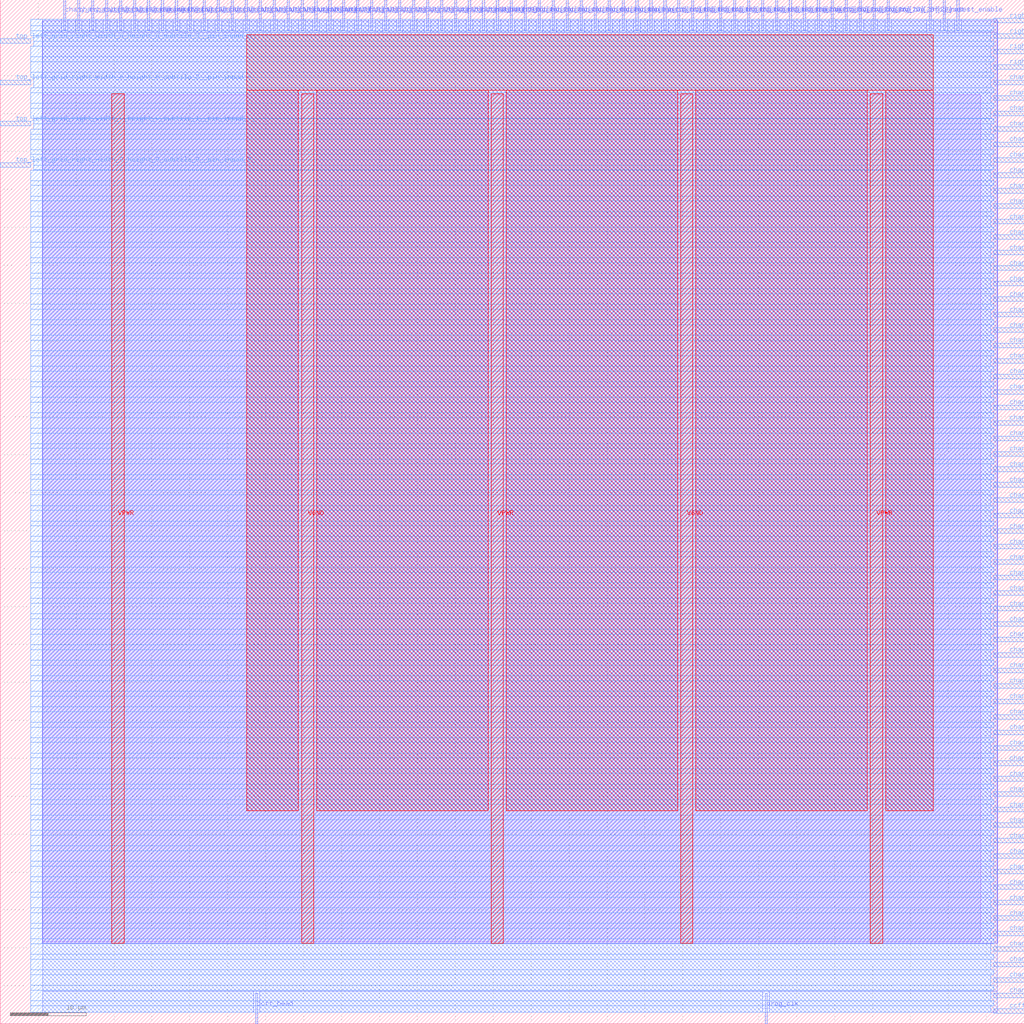
<source format=lef>
VERSION 5.7 ;
  NOWIREEXTENSIONATPIN ON ;
  DIVIDERCHAR "/" ;
  BUSBITCHARS "[]" ;
MACRO bottom_left_tile
  CLASS BLOCK ;
  FOREIGN bottom_left_tile ;
  ORIGIN 0.000 0.000 ;
  SIZE 135.000 BY 135.000 ;
  PIN VGND
    DIRECTION INOUT ;
    USE GROUND ;
    PORT
      LAYER met4 ;
        RECT 39.720 10.640 41.320 122.640 ;
    END
    PORT
      LAYER met4 ;
        RECT 89.720 10.640 91.320 122.640 ;
    END
  END VGND
  PIN VPWR
    DIRECTION INOUT ;
    USE POWER ;
    PORT
      LAYER met4 ;
        RECT 14.720 10.640 16.320 122.640 ;
    END
    PORT
      LAYER met4 ;
        RECT 64.720 10.640 66.320 122.640 ;
    END
    PORT
      LAYER met4 ;
        RECT 114.720 10.640 116.320 122.640 ;
    END
  END VPWR
  PIN ccff_head
    DIRECTION INPUT ;
    USE SIGNAL ;
    PORT
      LAYER met2 ;
        RECT 33.670 0.000 33.950 4.000 ;
    END
  END ccff_head
  PIN ccff_tail
    DIRECTION OUTPUT TRISTATE ;
    USE SIGNAL ;
    PORT
      LAYER met3 ;
        RECT 131.000 1.400 135.000 2.000 ;
    END
  END ccff_tail
  PIN chanx_right_in[0]
    DIRECTION INPUT ;
    USE SIGNAL ;
    PORT
      LAYER met3 ;
        RECT 131.000 64.640 135.000 65.240 ;
    END
  END chanx_right_in[0]
  PIN chanx_right_in[10]
    DIRECTION INPUT ;
    USE SIGNAL ;
    PORT
      LAYER met3 ;
        RECT 131.000 85.040 135.000 85.640 ;
    END
  END chanx_right_in[10]
  PIN chanx_right_in[11]
    DIRECTION INPUT ;
    USE SIGNAL ;
    PORT
      LAYER met3 ;
        RECT 131.000 87.080 135.000 87.680 ;
    END
  END chanx_right_in[11]
  PIN chanx_right_in[12]
    DIRECTION INPUT ;
    USE SIGNAL ;
    PORT
      LAYER met3 ;
        RECT 131.000 89.120 135.000 89.720 ;
    END
  END chanx_right_in[12]
  PIN chanx_right_in[13]
    DIRECTION INPUT ;
    USE SIGNAL ;
    PORT
      LAYER met3 ;
        RECT 131.000 91.160 135.000 91.760 ;
    END
  END chanx_right_in[13]
  PIN chanx_right_in[14]
    DIRECTION INPUT ;
    USE SIGNAL ;
    PORT
      LAYER met3 ;
        RECT 131.000 93.200 135.000 93.800 ;
    END
  END chanx_right_in[14]
  PIN chanx_right_in[15]
    DIRECTION INPUT ;
    USE SIGNAL ;
    PORT
      LAYER met3 ;
        RECT 131.000 95.240 135.000 95.840 ;
    END
  END chanx_right_in[15]
  PIN chanx_right_in[16]
    DIRECTION INPUT ;
    USE SIGNAL ;
    PORT
      LAYER met3 ;
        RECT 131.000 97.280 135.000 97.880 ;
    END
  END chanx_right_in[16]
  PIN chanx_right_in[17]
    DIRECTION INPUT ;
    USE SIGNAL ;
    PORT
      LAYER met3 ;
        RECT 131.000 99.320 135.000 99.920 ;
    END
  END chanx_right_in[17]
  PIN chanx_right_in[18]
    DIRECTION INPUT ;
    USE SIGNAL ;
    PORT
      LAYER met3 ;
        RECT 131.000 101.360 135.000 101.960 ;
    END
  END chanx_right_in[18]
  PIN chanx_right_in[19]
    DIRECTION INPUT ;
    USE SIGNAL ;
    PORT
      LAYER met3 ;
        RECT 131.000 103.400 135.000 104.000 ;
    END
  END chanx_right_in[19]
  PIN chanx_right_in[1]
    DIRECTION INPUT ;
    USE SIGNAL ;
    PORT
      LAYER met3 ;
        RECT 131.000 66.680 135.000 67.280 ;
    END
  END chanx_right_in[1]
  PIN chanx_right_in[20]
    DIRECTION INPUT ;
    USE SIGNAL ;
    PORT
      LAYER met3 ;
        RECT 131.000 105.440 135.000 106.040 ;
    END
  END chanx_right_in[20]
  PIN chanx_right_in[21]
    DIRECTION INPUT ;
    USE SIGNAL ;
    PORT
      LAYER met3 ;
        RECT 131.000 107.480 135.000 108.080 ;
    END
  END chanx_right_in[21]
  PIN chanx_right_in[22]
    DIRECTION INPUT ;
    USE SIGNAL ;
    PORT
      LAYER met3 ;
        RECT 131.000 109.520 135.000 110.120 ;
    END
  END chanx_right_in[22]
  PIN chanx_right_in[23]
    DIRECTION INPUT ;
    USE SIGNAL ;
    PORT
      LAYER met3 ;
        RECT 131.000 111.560 135.000 112.160 ;
    END
  END chanx_right_in[23]
  PIN chanx_right_in[24]
    DIRECTION INPUT ;
    USE SIGNAL ;
    PORT
      LAYER met3 ;
        RECT 131.000 113.600 135.000 114.200 ;
    END
  END chanx_right_in[24]
  PIN chanx_right_in[25]
    DIRECTION INPUT ;
    USE SIGNAL ;
    PORT
      LAYER met3 ;
        RECT 131.000 115.640 135.000 116.240 ;
    END
  END chanx_right_in[25]
  PIN chanx_right_in[26]
    DIRECTION INPUT ;
    USE SIGNAL ;
    PORT
      LAYER met3 ;
        RECT 131.000 117.680 135.000 118.280 ;
    END
  END chanx_right_in[26]
  PIN chanx_right_in[27]
    DIRECTION INPUT ;
    USE SIGNAL ;
    PORT
      LAYER met3 ;
        RECT 131.000 119.720 135.000 120.320 ;
    END
  END chanx_right_in[27]
  PIN chanx_right_in[28]
    DIRECTION INPUT ;
    USE SIGNAL ;
    PORT
      LAYER met3 ;
        RECT 131.000 121.760 135.000 122.360 ;
    END
  END chanx_right_in[28]
  PIN chanx_right_in[29]
    DIRECTION INPUT ;
    USE SIGNAL ;
    PORT
      LAYER met3 ;
        RECT 131.000 123.800 135.000 124.400 ;
    END
  END chanx_right_in[29]
  PIN chanx_right_in[2]
    DIRECTION INPUT ;
    USE SIGNAL ;
    PORT
      LAYER met3 ;
        RECT 131.000 68.720 135.000 69.320 ;
    END
  END chanx_right_in[2]
  PIN chanx_right_in[3]
    DIRECTION INPUT ;
    USE SIGNAL ;
    PORT
      LAYER met3 ;
        RECT 131.000 70.760 135.000 71.360 ;
    END
  END chanx_right_in[3]
  PIN chanx_right_in[4]
    DIRECTION INPUT ;
    USE SIGNAL ;
    PORT
      LAYER met3 ;
        RECT 131.000 72.800 135.000 73.400 ;
    END
  END chanx_right_in[4]
  PIN chanx_right_in[5]
    DIRECTION INPUT ;
    USE SIGNAL ;
    PORT
      LAYER met3 ;
        RECT 131.000 74.840 135.000 75.440 ;
    END
  END chanx_right_in[5]
  PIN chanx_right_in[6]
    DIRECTION INPUT ;
    USE SIGNAL ;
    PORT
      LAYER met3 ;
        RECT 131.000 76.880 135.000 77.480 ;
    END
  END chanx_right_in[6]
  PIN chanx_right_in[7]
    DIRECTION INPUT ;
    USE SIGNAL ;
    PORT
      LAYER met3 ;
        RECT 131.000 78.920 135.000 79.520 ;
    END
  END chanx_right_in[7]
  PIN chanx_right_in[8]
    DIRECTION INPUT ;
    USE SIGNAL ;
    PORT
      LAYER met3 ;
        RECT 131.000 80.960 135.000 81.560 ;
    END
  END chanx_right_in[8]
  PIN chanx_right_in[9]
    DIRECTION INPUT ;
    USE SIGNAL ;
    PORT
      LAYER met3 ;
        RECT 131.000 83.000 135.000 83.600 ;
    END
  END chanx_right_in[9]
  PIN chanx_right_out[0]
    DIRECTION OUTPUT TRISTATE ;
    USE SIGNAL ;
    PORT
      LAYER met3 ;
        RECT 131.000 3.440 135.000 4.040 ;
    END
  END chanx_right_out[0]
  PIN chanx_right_out[10]
    DIRECTION OUTPUT TRISTATE ;
    USE SIGNAL ;
    PORT
      LAYER met3 ;
        RECT 131.000 23.840 135.000 24.440 ;
    END
  END chanx_right_out[10]
  PIN chanx_right_out[11]
    DIRECTION OUTPUT TRISTATE ;
    USE SIGNAL ;
    PORT
      LAYER met3 ;
        RECT 131.000 25.880 135.000 26.480 ;
    END
  END chanx_right_out[11]
  PIN chanx_right_out[12]
    DIRECTION OUTPUT TRISTATE ;
    USE SIGNAL ;
    PORT
      LAYER met3 ;
        RECT 131.000 27.920 135.000 28.520 ;
    END
  END chanx_right_out[12]
  PIN chanx_right_out[13]
    DIRECTION OUTPUT TRISTATE ;
    USE SIGNAL ;
    PORT
      LAYER met3 ;
        RECT 131.000 29.960 135.000 30.560 ;
    END
  END chanx_right_out[13]
  PIN chanx_right_out[14]
    DIRECTION OUTPUT TRISTATE ;
    USE SIGNAL ;
    PORT
      LAYER met3 ;
        RECT 131.000 32.000 135.000 32.600 ;
    END
  END chanx_right_out[14]
  PIN chanx_right_out[15]
    DIRECTION OUTPUT TRISTATE ;
    USE SIGNAL ;
    PORT
      LAYER met3 ;
        RECT 131.000 34.040 135.000 34.640 ;
    END
  END chanx_right_out[15]
  PIN chanx_right_out[16]
    DIRECTION OUTPUT TRISTATE ;
    USE SIGNAL ;
    PORT
      LAYER met3 ;
        RECT 131.000 36.080 135.000 36.680 ;
    END
  END chanx_right_out[16]
  PIN chanx_right_out[17]
    DIRECTION OUTPUT TRISTATE ;
    USE SIGNAL ;
    PORT
      LAYER met3 ;
        RECT 131.000 38.120 135.000 38.720 ;
    END
  END chanx_right_out[17]
  PIN chanx_right_out[18]
    DIRECTION OUTPUT TRISTATE ;
    USE SIGNAL ;
    PORT
      LAYER met3 ;
        RECT 131.000 40.160 135.000 40.760 ;
    END
  END chanx_right_out[18]
  PIN chanx_right_out[19]
    DIRECTION OUTPUT TRISTATE ;
    USE SIGNAL ;
    PORT
      LAYER met3 ;
        RECT 131.000 42.200 135.000 42.800 ;
    END
  END chanx_right_out[19]
  PIN chanx_right_out[1]
    DIRECTION OUTPUT TRISTATE ;
    USE SIGNAL ;
    PORT
      LAYER met3 ;
        RECT 131.000 5.480 135.000 6.080 ;
    END
  END chanx_right_out[1]
  PIN chanx_right_out[20]
    DIRECTION OUTPUT TRISTATE ;
    USE SIGNAL ;
    PORT
      LAYER met3 ;
        RECT 131.000 44.240 135.000 44.840 ;
    END
  END chanx_right_out[20]
  PIN chanx_right_out[21]
    DIRECTION OUTPUT TRISTATE ;
    USE SIGNAL ;
    PORT
      LAYER met3 ;
        RECT 131.000 46.280 135.000 46.880 ;
    END
  END chanx_right_out[21]
  PIN chanx_right_out[22]
    DIRECTION OUTPUT TRISTATE ;
    USE SIGNAL ;
    PORT
      LAYER met3 ;
        RECT 131.000 48.320 135.000 48.920 ;
    END
  END chanx_right_out[22]
  PIN chanx_right_out[23]
    DIRECTION OUTPUT TRISTATE ;
    USE SIGNAL ;
    PORT
      LAYER met3 ;
        RECT 131.000 50.360 135.000 50.960 ;
    END
  END chanx_right_out[23]
  PIN chanx_right_out[24]
    DIRECTION OUTPUT TRISTATE ;
    USE SIGNAL ;
    PORT
      LAYER met3 ;
        RECT 131.000 52.400 135.000 53.000 ;
    END
  END chanx_right_out[24]
  PIN chanx_right_out[25]
    DIRECTION OUTPUT TRISTATE ;
    USE SIGNAL ;
    PORT
      LAYER met3 ;
        RECT 131.000 54.440 135.000 55.040 ;
    END
  END chanx_right_out[25]
  PIN chanx_right_out[26]
    DIRECTION OUTPUT TRISTATE ;
    USE SIGNAL ;
    PORT
      LAYER met3 ;
        RECT 131.000 56.480 135.000 57.080 ;
    END
  END chanx_right_out[26]
  PIN chanx_right_out[27]
    DIRECTION OUTPUT TRISTATE ;
    USE SIGNAL ;
    PORT
      LAYER met3 ;
        RECT 131.000 58.520 135.000 59.120 ;
    END
  END chanx_right_out[27]
  PIN chanx_right_out[28]
    DIRECTION OUTPUT TRISTATE ;
    USE SIGNAL ;
    PORT
      LAYER met3 ;
        RECT 131.000 60.560 135.000 61.160 ;
    END
  END chanx_right_out[28]
  PIN chanx_right_out[29]
    DIRECTION OUTPUT TRISTATE ;
    USE SIGNAL ;
    PORT
      LAYER met3 ;
        RECT 131.000 62.600 135.000 63.200 ;
    END
  END chanx_right_out[29]
  PIN chanx_right_out[2]
    DIRECTION OUTPUT TRISTATE ;
    USE SIGNAL ;
    PORT
      LAYER met3 ;
        RECT 131.000 7.520 135.000 8.120 ;
    END
  END chanx_right_out[2]
  PIN chanx_right_out[3]
    DIRECTION OUTPUT TRISTATE ;
    USE SIGNAL ;
    PORT
      LAYER met3 ;
        RECT 131.000 9.560 135.000 10.160 ;
    END
  END chanx_right_out[3]
  PIN chanx_right_out[4]
    DIRECTION OUTPUT TRISTATE ;
    USE SIGNAL ;
    PORT
      LAYER met3 ;
        RECT 131.000 11.600 135.000 12.200 ;
    END
  END chanx_right_out[4]
  PIN chanx_right_out[5]
    DIRECTION OUTPUT TRISTATE ;
    USE SIGNAL ;
    PORT
      LAYER met3 ;
        RECT 131.000 13.640 135.000 14.240 ;
    END
  END chanx_right_out[5]
  PIN chanx_right_out[6]
    DIRECTION OUTPUT TRISTATE ;
    USE SIGNAL ;
    PORT
      LAYER met3 ;
        RECT 131.000 15.680 135.000 16.280 ;
    END
  END chanx_right_out[6]
  PIN chanx_right_out[7]
    DIRECTION OUTPUT TRISTATE ;
    USE SIGNAL ;
    PORT
      LAYER met3 ;
        RECT 131.000 17.720 135.000 18.320 ;
    END
  END chanx_right_out[7]
  PIN chanx_right_out[8]
    DIRECTION OUTPUT TRISTATE ;
    USE SIGNAL ;
    PORT
      LAYER met3 ;
        RECT 131.000 19.760 135.000 20.360 ;
    END
  END chanx_right_out[8]
  PIN chanx_right_out[9]
    DIRECTION OUTPUT TRISTATE ;
    USE SIGNAL ;
    PORT
      LAYER met3 ;
        RECT 131.000 21.800 135.000 22.400 ;
    END
  END chanx_right_out[9]
  PIN chany_top_in[0]
    DIRECTION INPUT ;
    USE SIGNAL ;
    PORT
      LAYER met2 ;
        RECT 63.570 131.000 63.850 135.000 ;
    END
  END chany_top_in[0]
  PIN chany_top_in[10]
    DIRECTION INPUT ;
    USE SIGNAL ;
    PORT
      LAYER met2 ;
        RECT 81.970 131.000 82.250 135.000 ;
    END
  END chany_top_in[10]
  PIN chany_top_in[11]
    DIRECTION INPUT ;
    USE SIGNAL ;
    PORT
      LAYER met2 ;
        RECT 83.810 131.000 84.090 135.000 ;
    END
  END chany_top_in[11]
  PIN chany_top_in[12]
    DIRECTION INPUT ;
    USE SIGNAL ;
    PORT
      LAYER met2 ;
        RECT 85.650 131.000 85.930 135.000 ;
    END
  END chany_top_in[12]
  PIN chany_top_in[13]
    DIRECTION INPUT ;
    USE SIGNAL ;
    PORT
      LAYER met2 ;
        RECT 87.490 131.000 87.770 135.000 ;
    END
  END chany_top_in[13]
  PIN chany_top_in[14]
    DIRECTION INPUT ;
    USE SIGNAL ;
    PORT
      LAYER met2 ;
        RECT 89.330 131.000 89.610 135.000 ;
    END
  END chany_top_in[14]
  PIN chany_top_in[15]
    DIRECTION INPUT ;
    USE SIGNAL ;
    PORT
      LAYER met2 ;
        RECT 91.170 131.000 91.450 135.000 ;
    END
  END chany_top_in[15]
  PIN chany_top_in[16]
    DIRECTION INPUT ;
    USE SIGNAL ;
    PORT
      LAYER met2 ;
        RECT 93.010 131.000 93.290 135.000 ;
    END
  END chany_top_in[16]
  PIN chany_top_in[17]
    DIRECTION INPUT ;
    USE SIGNAL ;
    PORT
      LAYER met2 ;
        RECT 94.850 131.000 95.130 135.000 ;
    END
  END chany_top_in[17]
  PIN chany_top_in[18]
    DIRECTION INPUT ;
    USE SIGNAL ;
    PORT
      LAYER met2 ;
        RECT 96.690 131.000 96.970 135.000 ;
    END
  END chany_top_in[18]
  PIN chany_top_in[19]
    DIRECTION INPUT ;
    USE SIGNAL ;
    PORT
      LAYER met2 ;
        RECT 98.530 131.000 98.810 135.000 ;
    END
  END chany_top_in[19]
  PIN chany_top_in[1]
    DIRECTION INPUT ;
    USE SIGNAL ;
    PORT
      LAYER met2 ;
        RECT 65.410 131.000 65.690 135.000 ;
    END
  END chany_top_in[1]
  PIN chany_top_in[20]
    DIRECTION INPUT ;
    USE SIGNAL ;
    PORT
      LAYER met2 ;
        RECT 100.370 131.000 100.650 135.000 ;
    END
  END chany_top_in[20]
  PIN chany_top_in[21]
    DIRECTION INPUT ;
    USE SIGNAL ;
    PORT
      LAYER met2 ;
        RECT 102.210 131.000 102.490 135.000 ;
    END
  END chany_top_in[21]
  PIN chany_top_in[22]
    DIRECTION INPUT ;
    USE SIGNAL ;
    PORT
      LAYER met2 ;
        RECT 104.050 131.000 104.330 135.000 ;
    END
  END chany_top_in[22]
  PIN chany_top_in[23]
    DIRECTION INPUT ;
    USE SIGNAL ;
    PORT
      LAYER met2 ;
        RECT 105.890 131.000 106.170 135.000 ;
    END
  END chany_top_in[23]
  PIN chany_top_in[24]
    DIRECTION INPUT ;
    USE SIGNAL ;
    PORT
      LAYER met2 ;
        RECT 107.730 131.000 108.010 135.000 ;
    END
  END chany_top_in[24]
  PIN chany_top_in[25]
    DIRECTION INPUT ;
    USE SIGNAL ;
    PORT
      LAYER met2 ;
        RECT 109.570 131.000 109.850 135.000 ;
    END
  END chany_top_in[25]
  PIN chany_top_in[26]
    DIRECTION INPUT ;
    USE SIGNAL ;
    PORT
      LAYER met2 ;
        RECT 111.410 131.000 111.690 135.000 ;
    END
  END chany_top_in[26]
  PIN chany_top_in[27]
    DIRECTION INPUT ;
    USE SIGNAL ;
    PORT
      LAYER met2 ;
        RECT 113.250 131.000 113.530 135.000 ;
    END
  END chany_top_in[27]
  PIN chany_top_in[28]
    DIRECTION INPUT ;
    USE SIGNAL ;
    PORT
      LAYER met2 ;
        RECT 115.090 131.000 115.370 135.000 ;
    END
  END chany_top_in[28]
  PIN chany_top_in[29]
    DIRECTION INPUT ;
    USE SIGNAL ;
    PORT
      LAYER met2 ;
        RECT 116.930 131.000 117.210 135.000 ;
    END
  END chany_top_in[29]
  PIN chany_top_in[2]
    DIRECTION INPUT ;
    USE SIGNAL ;
    PORT
      LAYER met2 ;
        RECT 67.250 131.000 67.530 135.000 ;
    END
  END chany_top_in[2]
  PIN chany_top_in[3]
    DIRECTION INPUT ;
    USE SIGNAL ;
    PORT
      LAYER met2 ;
        RECT 69.090 131.000 69.370 135.000 ;
    END
  END chany_top_in[3]
  PIN chany_top_in[4]
    DIRECTION INPUT ;
    USE SIGNAL ;
    PORT
      LAYER met2 ;
        RECT 70.930 131.000 71.210 135.000 ;
    END
  END chany_top_in[4]
  PIN chany_top_in[5]
    DIRECTION INPUT ;
    USE SIGNAL ;
    PORT
      LAYER met2 ;
        RECT 72.770 131.000 73.050 135.000 ;
    END
  END chany_top_in[5]
  PIN chany_top_in[6]
    DIRECTION INPUT ;
    USE SIGNAL ;
    PORT
      LAYER met2 ;
        RECT 74.610 131.000 74.890 135.000 ;
    END
  END chany_top_in[6]
  PIN chany_top_in[7]
    DIRECTION INPUT ;
    USE SIGNAL ;
    PORT
      LAYER met2 ;
        RECT 76.450 131.000 76.730 135.000 ;
    END
  END chany_top_in[7]
  PIN chany_top_in[8]
    DIRECTION INPUT ;
    USE SIGNAL ;
    PORT
      LAYER met2 ;
        RECT 78.290 131.000 78.570 135.000 ;
    END
  END chany_top_in[8]
  PIN chany_top_in[9]
    DIRECTION INPUT ;
    USE SIGNAL ;
    PORT
      LAYER met2 ;
        RECT 80.130 131.000 80.410 135.000 ;
    END
  END chany_top_in[9]
  PIN chany_top_out[0]
    DIRECTION OUTPUT TRISTATE ;
    USE SIGNAL ;
    PORT
      LAYER met2 ;
        RECT 8.370 131.000 8.650 135.000 ;
    END
  END chany_top_out[0]
  PIN chany_top_out[10]
    DIRECTION OUTPUT TRISTATE ;
    USE SIGNAL ;
    PORT
      LAYER met2 ;
        RECT 26.770 131.000 27.050 135.000 ;
    END
  END chany_top_out[10]
  PIN chany_top_out[11]
    DIRECTION OUTPUT TRISTATE ;
    USE SIGNAL ;
    PORT
      LAYER met2 ;
        RECT 28.610 131.000 28.890 135.000 ;
    END
  END chany_top_out[11]
  PIN chany_top_out[12]
    DIRECTION OUTPUT TRISTATE ;
    USE SIGNAL ;
    PORT
      LAYER met2 ;
        RECT 30.450 131.000 30.730 135.000 ;
    END
  END chany_top_out[12]
  PIN chany_top_out[13]
    DIRECTION OUTPUT TRISTATE ;
    USE SIGNAL ;
    PORT
      LAYER met2 ;
        RECT 32.290 131.000 32.570 135.000 ;
    END
  END chany_top_out[13]
  PIN chany_top_out[14]
    DIRECTION OUTPUT TRISTATE ;
    USE SIGNAL ;
    PORT
      LAYER met2 ;
        RECT 34.130 131.000 34.410 135.000 ;
    END
  END chany_top_out[14]
  PIN chany_top_out[15]
    DIRECTION OUTPUT TRISTATE ;
    USE SIGNAL ;
    PORT
      LAYER met2 ;
        RECT 35.970 131.000 36.250 135.000 ;
    END
  END chany_top_out[15]
  PIN chany_top_out[16]
    DIRECTION OUTPUT TRISTATE ;
    USE SIGNAL ;
    PORT
      LAYER met2 ;
        RECT 37.810 131.000 38.090 135.000 ;
    END
  END chany_top_out[16]
  PIN chany_top_out[17]
    DIRECTION OUTPUT TRISTATE ;
    USE SIGNAL ;
    PORT
      LAYER met2 ;
        RECT 39.650 131.000 39.930 135.000 ;
    END
  END chany_top_out[17]
  PIN chany_top_out[18]
    DIRECTION OUTPUT TRISTATE ;
    USE SIGNAL ;
    PORT
      LAYER met2 ;
        RECT 41.490 131.000 41.770 135.000 ;
    END
  END chany_top_out[18]
  PIN chany_top_out[19]
    DIRECTION OUTPUT TRISTATE ;
    USE SIGNAL ;
    PORT
      LAYER met2 ;
        RECT 43.330 131.000 43.610 135.000 ;
    END
  END chany_top_out[19]
  PIN chany_top_out[1]
    DIRECTION OUTPUT TRISTATE ;
    USE SIGNAL ;
    PORT
      LAYER met2 ;
        RECT 10.210 131.000 10.490 135.000 ;
    END
  END chany_top_out[1]
  PIN chany_top_out[20]
    DIRECTION OUTPUT TRISTATE ;
    USE SIGNAL ;
    PORT
      LAYER met2 ;
        RECT 45.170 131.000 45.450 135.000 ;
    END
  END chany_top_out[20]
  PIN chany_top_out[21]
    DIRECTION OUTPUT TRISTATE ;
    USE SIGNAL ;
    PORT
      LAYER met2 ;
        RECT 47.010 131.000 47.290 135.000 ;
    END
  END chany_top_out[21]
  PIN chany_top_out[22]
    DIRECTION OUTPUT TRISTATE ;
    USE SIGNAL ;
    PORT
      LAYER met2 ;
        RECT 48.850 131.000 49.130 135.000 ;
    END
  END chany_top_out[22]
  PIN chany_top_out[23]
    DIRECTION OUTPUT TRISTATE ;
    USE SIGNAL ;
    PORT
      LAYER met2 ;
        RECT 50.690 131.000 50.970 135.000 ;
    END
  END chany_top_out[23]
  PIN chany_top_out[24]
    DIRECTION OUTPUT TRISTATE ;
    USE SIGNAL ;
    PORT
      LAYER met2 ;
        RECT 52.530 131.000 52.810 135.000 ;
    END
  END chany_top_out[24]
  PIN chany_top_out[25]
    DIRECTION OUTPUT TRISTATE ;
    USE SIGNAL ;
    PORT
      LAYER met2 ;
        RECT 54.370 131.000 54.650 135.000 ;
    END
  END chany_top_out[25]
  PIN chany_top_out[26]
    DIRECTION OUTPUT TRISTATE ;
    USE SIGNAL ;
    PORT
      LAYER met2 ;
        RECT 56.210 131.000 56.490 135.000 ;
    END
  END chany_top_out[26]
  PIN chany_top_out[27]
    DIRECTION OUTPUT TRISTATE ;
    USE SIGNAL ;
    PORT
      LAYER met2 ;
        RECT 58.050 131.000 58.330 135.000 ;
    END
  END chany_top_out[27]
  PIN chany_top_out[28]
    DIRECTION OUTPUT TRISTATE ;
    USE SIGNAL ;
    PORT
      LAYER met2 ;
        RECT 59.890 131.000 60.170 135.000 ;
    END
  END chany_top_out[28]
  PIN chany_top_out[29]
    DIRECTION OUTPUT TRISTATE ;
    USE SIGNAL ;
    PORT
      LAYER met2 ;
        RECT 61.730 131.000 62.010 135.000 ;
    END
  END chany_top_out[29]
  PIN chany_top_out[2]
    DIRECTION OUTPUT TRISTATE ;
    USE SIGNAL ;
    PORT
      LAYER met2 ;
        RECT 12.050 131.000 12.330 135.000 ;
    END
  END chany_top_out[2]
  PIN chany_top_out[3]
    DIRECTION OUTPUT TRISTATE ;
    USE SIGNAL ;
    PORT
      LAYER met2 ;
        RECT 13.890 131.000 14.170 135.000 ;
    END
  END chany_top_out[3]
  PIN chany_top_out[4]
    DIRECTION OUTPUT TRISTATE ;
    USE SIGNAL ;
    PORT
      LAYER met2 ;
        RECT 15.730 131.000 16.010 135.000 ;
    END
  END chany_top_out[4]
  PIN chany_top_out[5]
    DIRECTION OUTPUT TRISTATE ;
    USE SIGNAL ;
    PORT
      LAYER met2 ;
        RECT 17.570 131.000 17.850 135.000 ;
    END
  END chany_top_out[5]
  PIN chany_top_out[6]
    DIRECTION OUTPUT TRISTATE ;
    USE SIGNAL ;
    PORT
      LAYER met2 ;
        RECT 19.410 131.000 19.690 135.000 ;
    END
  END chany_top_out[6]
  PIN chany_top_out[7]
    DIRECTION OUTPUT TRISTATE ;
    USE SIGNAL ;
    PORT
      LAYER met2 ;
        RECT 21.250 131.000 21.530 135.000 ;
    END
  END chany_top_out[7]
  PIN chany_top_out[8]
    DIRECTION OUTPUT TRISTATE ;
    USE SIGNAL ;
    PORT
      LAYER met2 ;
        RECT 23.090 131.000 23.370 135.000 ;
    END
  END chany_top_out[8]
  PIN chany_top_out[9]
    DIRECTION OUTPUT TRISTATE ;
    USE SIGNAL ;
    PORT
      LAYER met2 ;
        RECT 24.930 131.000 25.210 135.000 ;
    END
  END chany_top_out[9]
  PIN prog_clk
    DIRECTION INPUT ;
    USE SIGNAL ;
    PORT
      LAYER met2 ;
        RECT 100.830 0.000 101.110 4.000 ;
    END
  END prog_clk
  PIN prog_reset
    DIRECTION INPUT ;
    USE SIGNAL ;
    PORT
      LAYER met2 ;
        RECT 122.450 131.000 122.730 135.000 ;
    END
  END prog_reset
  PIN reset
    DIRECTION INPUT ;
    USE SIGNAL ;
    PORT
      LAYER met2 ;
        RECT 124.290 131.000 124.570 135.000 ;
    END
  END reset
  PIN right_bottom_grid_top_width_0_height_0_subtile_0__pin_inpad_0_
    DIRECTION INPUT ;
    USE SIGNAL ;
    PORT
      LAYER met3 ;
        RECT 131.000 125.840 135.000 126.440 ;
    END
  END right_bottom_grid_top_width_0_height_0_subtile_0__pin_inpad_0_
  PIN right_bottom_grid_top_width_0_height_0_subtile_1__pin_inpad_0_
    DIRECTION INPUT ;
    USE SIGNAL ;
    PORT
      LAYER met3 ;
        RECT 131.000 127.880 135.000 128.480 ;
    END
  END right_bottom_grid_top_width_0_height_0_subtile_1__pin_inpad_0_
  PIN right_bottom_grid_top_width_0_height_0_subtile_2__pin_inpad_0_
    DIRECTION INPUT ;
    USE SIGNAL ;
    PORT
      LAYER met3 ;
        RECT 131.000 129.920 135.000 130.520 ;
    END
  END right_bottom_grid_top_width_0_height_0_subtile_2__pin_inpad_0_
  PIN right_bottom_grid_top_width_0_height_0_subtile_3__pin_inpad_0_
    DIRECTION INPUT ;
    USE SIGNAL ;
    PORT
      LAYER met3 ;
        RECT 131.000 131.960 135.000 132.560 ;
    END
  END right_bottom_grid_top_width_0_height_0_subtile_3__pin_inpad_0_
  PIN test_enable
    DIRECTION INPUT ;
    USE SIGNAL ;
    PORT
      LAYER met2 ;
        RECT 126.130 131.000 126.410 135.000 ;
    END
  END test_enable
  PIN top_left_grid_right_width_0_height_0_subtile_0__pin_inpad_0_
    DIRECTION INPUT ;
    USE SIGNAL ;
    PORT
      LAYER met3 ;
        RECT 0.000 112.920 4.000 113.520 ;
    END
  END top_left_grid_right_width_0_height_0_subtile_0__pin_inpad_0_
  PIN top_left_grid_right_width_0_height_0_subtile_1__pin_inpad_0_
    DIRECTION INPUT ;
    USE SIGNAL ;
    PORT
      LAYER met3 ;
        RECT 0.000 118.360 4.000 118.960 ;
    END
  END top_left_grid_right_width_0_height_0_subtile_1__pin_inpad_0_
  PIN top_left_grid_right_width_0_height_0_subtile_2__pin_inpad_0_
    DIRECTION INPUT ;
    USE SIGNAL ;
    PORT
      LAYER met3 ;
        RECT 0.000 123.800 4.000 124.400 ;
    END
  END top_left_grid_right_width_0_height_0_subtile_2__pin_inpad_0_
  PIN top_left_grid_right_width_0_height_0_subtile_3__pin_inpad_0_
    DIRECTION INPUT ;
    USE SIGNAL ;
    PORT
      LAYER met3 ;
        RECT 0.000 129.240 4.000 129.840 ;
    END
  END top_left_grid_right_width_0_height_0_subtile_3__pin_inpad_0_
  OBS
      LAYER li1 ;
        RECT 5.520 10.795 129.260 122.485 ;
      LAYER met1 ;
        RECT 5.520 10.640 131.490 132.220 ;
      LAYER met2 ;
        RECT 5.610 130.720 8.090 132.445 ;
        RECT 8.930 130.720 9.930 132.445 ;
        RECT 10.770 130.720 11.770 132.445 ;
        RECT 12.610 130.720 13.610 132.445 ;
        RECT 14.450 130.720 15.450 132.445 ;
        RECT 16.290 130.720 17.290 132.445 ;
        RECT 18.130 130.720 19.130 132.445 ;
        RECT 19.970 130.720 20.970 132.445 ;
        RECT 21.810 130.720 22.810 132.445 ;
        RECT 23.650 130.720 24.650 132.445 ;
        RECT 25.490 130.720 26.490 132.445 ;
        RECT 27.330 130.720 28.330 132.445 ;
        RECT 29.170 130.720 30.170 132.445 ;
        RECT 31.010 130.720 32.010 132.445 ;
        RECT 32.850 130.720 33.850 132.445 ;
        RECT 34.690 130.720 35.690 132.445 ;
        RECT 36.530 130.720 37.530 132.445 ;
        RECT 38.370 130.720 39.370 132.445 ;
        RECT 40.210 130.720 41.210 132.445 ;
        RECT 42.050 130.720 43.050 132.445 ;
        RECT 43.890 130.720 44.890 132.445 ;
        RECT 45.730 130.720 46.730 132.445 ;
        RECT 47.570 130.720 48.570 132.445 ;
        RECT 49.410 130.720 50.410 132.445 ;
        RECT 51.250 130.720 52.250 132.445 ;
        RECT 53.090 130.720 54.090 132.445 ;
        RECT 54.930 130.720 55.930 132.445 ;
        RECT 56.770 130.720 57.770 132.445 ;
        RECT 58.610 130.720 59.610 132.445 ;
        RECT 60.450 130.720 61.450 132.445 ;
        RECT 62.290 130.720 63.290 132.445 ;
        RECT 64.130 130.720 65.130 132.445 ;
        RECT 65.970 130.720 66.970 132.445 ;
        RECT 67.810 130.720 68.810 132.445 ;
        RECT 69.650 130.720 70.650 132.445 ;
        RECT 71.490 130.720 72.490 132.445 ;
        RECT 73.330 130.720 74.330 132.445 ;
        RECT 75.170 130.720 76.170 132.445 ;
        RECT 77.010 130.720 78.010 132.445 ;
        RECT 78.850 130.720 79.850 132.445 ;
        RECT 80.690 130.720 81.690 132.445 ;
        RECT 82.530 130.720 83.530 132.445 ;
        RECT 84.370 130.720 85.370 132.445 ;
        RECT 86.210 130.720 87.210 132.445 ;
        RECT 88.050 130.720 89.050 132.445 ;
        RECT 89.890 130.720 90.890 132.445 ;
        RECT 91.730 130.720 92.730 132.445 ;
        RECT 93.570 130.720 94.570 132.445 ;
        RECT 95.410 130.720 96.410 132.445 ;
        RECT 97.250 130.720 98.250 132.445 ;
        RECT 99.090 130.720 100.090 132.445 ;
        RECT 100.930 130.720 101.930 132.445 ;
        RECT 102.770 130.720 103.770 132.445 ;
        RECT 104.610 130.720 105.610 132.445 ;
        RECT 106.450 130.720 107.450 132.445 ;
        RECT 108.290 130.720 109.290 132.445 ;
        RECT 110.130 130.720 111.130 132.445 ;
        RECT 111.970 130.720 112.970 132.445 ;
        RECT 113.810 130.720 114.810 132.445 ;
        RECT 115.650 130.720 116.650 132.445 ;
        RECT 117.490 130.720 122.170 132.445 ;
        RECT 123.010 130.720 124.010 132.445 ;
        RECT 124.850 130.720 125.850 132.445 ;
        RECT 126.690 130.720 131.460 132.445 ;
        RECT 5.610 4.280 131.460 130.720 ;
        RECT 5.610 1.515 33.390 4.280 ;
        RECT 34.230 1.515 100.550 4.280 ;
        RECT 101.390 1.515 131.460 4.280 ;
      LAYER met3 ;
        RECT 4.000 131.560 130.600 132.425 ;
        RECT 4.000 130.920 131.000 131.560 ;
        RECT 4.000 130.240 130.600 130.920 ;
        RECT 4.400 129.520 130.600 130.240 ;
        RECT 4.400 128.880 131.000 129.520 ;
        RECT 4.400 128.840 130.600 128.880 ;
        RECT 4.000 127.480 130.600 128.840 ;
        RECT 4.000 126.840 131.000 127.480 ;
        RECT 4.000 125.440 130.600 126.840 ;
        RECT 4.000 124.800 131.000 125.440 ;
        RECT 4.400 123.400 130.600 124.800 ;
        RECT 4.000 122.760 131.000 123.400 ;
        RECT 4.000 121.360 130.600 122.760 ;
        RECT 4.000 120.720 131.000 121.360 ;
        RECT 4.000 119.360 130.600 120.720 ;
        RECT 4.400 119.320 130.600 119.360 ;
        RECT 4.400 118.680 131.000 119.320 ;
        RECT 4.400 117.960 130.600 118.680 ;
        RECT 4.000 117.280 130.600 117.960 ;
        RECT 4.000 116.640 131.000 117.280 ;
        RECT 4.000 115.240 130.600 116.640 ;
        RECT 4.000 114.600 131.000 115.240 ;
        RECT 4.000 113.920 130.600 114.600 ;
        RECT 4.400 113.200 130.600 113.920 ;
        RECT 4.400 112.560 131.000 113.200 ;
        RECT 4.400 112.520 130.600 112.560 ;
        RECT 4.000 111.160 130.600 112.520 ;
        RECT 4.000 110.520 131.000 111.160 ;
        RECT 4.000 109.120 130.600 110.520 ;
        RECT 4.000 108.480 131.000 109.120 ;
        RECT 4.000 107.080 130.600 108.480 ;
        RECT 4.000 106.440 131.000 107.080 ;
        RECT 4.000 105.040 130.600 106.440 ;
        RECT 4.000 104.400 131.000 105.040 ;
        RECT 4.000 103.000 130.600 104.400 ;
        RECT 4.000 102.360 131.000 103.000 ;
        RECT 4.000 100.960 130.600 102.360 ;
        RECT 4.000 100.320 131.000 100.960 ;
        RECT 4.000 98.920 130.600 100.320 ;
        RECT 4.000 98.280 131.000 98.920 ;
        RECT 4.000 96.880 130.600 98.280 ;
        RECT 4.000 96.240 131.000 96.880 ;
        RECT 4.000 94.840 130.600 96.240 ;
        RECT 4.000 94.200 131.000 94.840 ;
        RECT 4.000 92.800 130.600 94.200 ;
        RECT 4.000 92.160 131.000 92.800 ;
        RECT 4.000 90.760 130.600 92.160 ;
        RECT 4.000 90.120 131.000 90.760 ;
        RECT 4.000 88.720 130.600 90.120 ;
        RECT 4.000 88.080 131.000 88.720 ;
        RECT 4.000 86.680 130.600 88.080 ;
        RECT 4.000 86.040 131.000 86.680 ;
        RECT 4.000 84.640 130.600 86.040 ;
        RECT 4.000 84.000 131.000 84.640 ;
        RECT 4.000 82.600 130.600 84.000 ;
        RECT 4.000 81.960 131.000 82.600 ;
        RECT 4.000 80.560 130.600 81.960 ;
        RECT 4.000 79.920 131.000 80.560 ;
        RECT 4.000 78.520 130.600 79.920 ;
        RECT 4.000 77.880 131.000 78.520 ;
        RECT 4.000 76.480 130.600 77.880 ;
        RECT 4.000 75.840 131.000 76.480 ;
        RECT 4.000 74.440 130.600 75.840 ;
        RECT 4.000 73.800 131.000 74.440 ;
        RECT 4.000 72.400 130.600 73.800 ;
        RECT 4.000 71.760 131.000 72.400 ;
        RECT 4.000 70.360 130.600 71.760 ;
        RECT 4.000 69.720 131.000 70.360 ;
        RECT 4.000 68.320 130.600 69.720 ;
        RECT 4.000 67.680 131.000 68.320 ;
        RECT 4.000 66.280 130.600 67.680 ;
        RECT 4.000 65.640 131.000 66.280 ;
        RECT 4.000 64.240 130.600 65.640 ;
        RECT 4.000 63.600 131.000 64.240 ;
        RECT 4.000 62.200 130.600 63.600 ;
        RECT 4.000 61.560 131.000 62.200 ;
        RECT 4.000 60.160 130.600 61.560 ;
        RECT 4.000 59.520 131.000 60.160 ;
        RECT 4.000 58.120 130.600 59.520 ;
        RECT 4.000 57.480 131.000 58.120 ;
        RECT 4.000 56.080 130.600 57.480 ;
        RECT 4.000 55.440 131.000 56.080 ;
        RECT 4.000 54.040 130.600 55.440 ;
        RECT 4.000 53.400 131.000 54.040 ;
        RECT 4.000 52.000 130.600 53.400 ;
        RECT 4.000 51.360 131.000 52.000 ;
        RECT 4.000 49.960 130.600 51.360 ;
        RECT 4.000 49.320 131.000 49.960 ;
        RECT 4.000 47.920 130.600 49.320 ;
        RECT 4.000 47.280 131.000 47.920 ;
        RECT 4.000 45.880 130.600 47.280 ;
        RECT 4.000 45.240 131.000 45.880 ;
        RECT 4.000 43.840 130.600 45.240 ;
        RECT 4.000 43.200 131.000 43.840 ;
        RECT 4.000 41.800 130.600 43.200 ;
        RECT 4.000 41.160 131.000 41.800 ;
        RECT 4.000 39.760 130.600 41.160 ;
        RECT 4.000 39.120 131.000 39.760 ;
        RECT 4.000 37.720 130.600 39.120 ;
        RECT 4.000 37.080 131.000 37.720 ;
        RECT 4.000 35.680 130.600 37.080 ;
        RECT 4.000 35.040 131.000 35.680 ;
        RECT 4.000 33.640 130.600 35.040 ;
        RECT 4.000 33.000 131.000 33.640 ;
        RECT 4.000 31.600 130.600 33.000 ;
        RECT 4.000 30.960 131.000 31.600 ;
        RECT 4.000 29.560 130.600 30.960 ;
        RECT 4.000 28.920 131.000 29.560 ;
        RECT 4.000 27.520 130.600 28.920 ;
        RECT 4.000 26.880 131.000 27.520 ;
        RECT 4.000 25.480 130.600 26.880 ;
        RECT 4.000 24.840 131.000 25.480 ;
        RECT 4.000 23.440 130.600 24.840 ;
        RECT 4.000 22.800 131.000 23.440 ;
        RECT 4.000 21.400 130.600 22.800 ;
        RECT 4.000 20.760 131.000 21.400 ;
        RECT 4.000 19.360 130.600 20.760 ;
        RECT 4.000 18.720 131.000 19.360 ;
        RECT 4.000 17.320 130.600 18.720 ;
        RECT 4.000 16.680 131.000 17.320 ;
        RECT 4.000 15.280 130.600 16.680 ;
        RECT 4.000 14.640 131.000 15.280 ;
        RECT 4.000 13.240 130.600 14.640 ;
        RECT 4.000 12.600 131.000 13.240 ;
        RECT 4.000 11.200 130.600 12.600 ;
        RECT 4.000 10.560 131.000 11.200 ;
        RECT 4.000 9.160 130.600 10.560 ;
        RECT 4.000 8.520 131.000 9.160 ;
        RECT 4.000 7.120 130.600 8.520 ;
        RECT 4.000 6.480 131.000 7.120 ;
        RECT 4.000 5.080 130.600 6.480 ;
        RECT 4.000 4.440 131.000 5.080 ;
        RECT 4.000 3.040 130.600 4.440 ;
        RECT 4.000 2.400 131.000 3.040 ;
        RECT 4.000 1.535 130.600 2.400 ;
      LAYER met4 ;
        RECT 32.495 123.040 122.985 130.385 ;
        RECT 32.495 28.055 39.320 123.040 ;
        RECT 41.720 28.055 64.320 123.040 ;
        RECT 66.720 28.055 89.320 123.040 ;
        RECT 91.720 28.055 114.320 123.040 ;
        RECT 116.720 28.055 122.985 123.040 ;
  END
END bottom_left_tile
END LIBRARY


</source>
